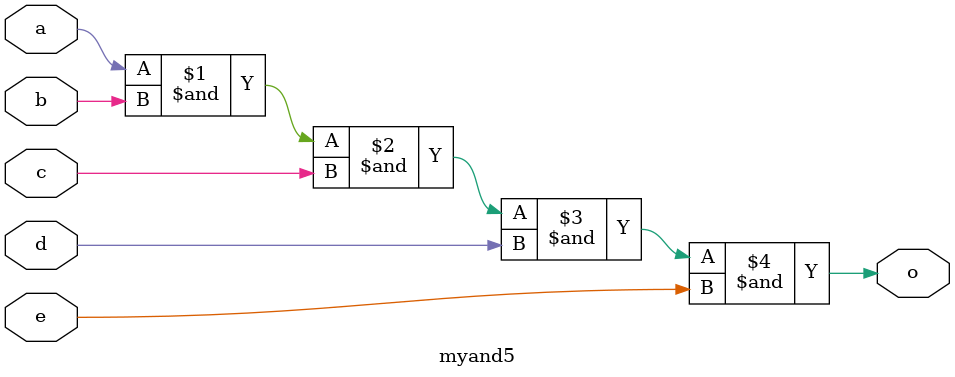
<source format=v>
module myand1(input a,
		output o);
	assign o = a;
endmodule 

module myand2(input a, b,
		output o);
	assign o = a & b;
endmodule


module myand3(input a, b, c,
		output o);
	assign o = a & b & c;
endmodule 

module myand4(input a, b, c, d,
		output o);
	assign o = a & b & c & d;
endmodule 

module myand5(input a, b, c, d, e,
		output o);
	assign o = a & b & c & d & e;
endmodule 
</source>
